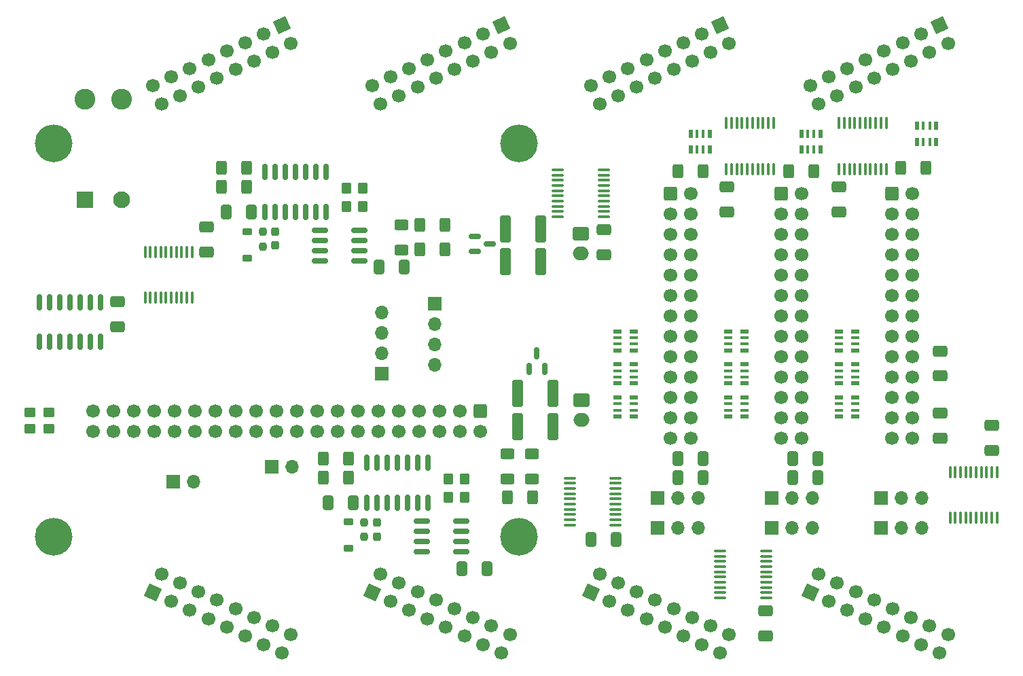
<source format=gbr>
%TF.GenerationSoftware,KiCad,Pcbnew,7.0.9*%
%TF.CreationDate,2024-01-13T22:18:07+01:00*%
%TF.ProjectId,HUB75HAT,48554237-3548-4415-942e-6b696361645f,rev?*%
%TF.SameCoordinates,Original*%
%TF.FileFunction,Soldermask,Bot*%
%TF.FilePolarity,Negative*%
%FSLAX46Y46*%
G04 Gerber Fmt 4.6, Leading zero omitted, Abs format (unit mm)*
G04 Created by KiCad (PCBNEW 7.0.9) date 2024-01-13 22:18:07*
%MOMM*%
%LPD*%
G01*
G04 APERTURE LIST*
G04 Aperture macros list*
%AMRoundRect*
0 Rectangle with rounded corners*
0 $1 Rounding radius*
0 $2 $3 $4 $5 $6 $7 $8 $9 X,Y pos of 4 corners*
0 Add a 4 corners polygon primitive as box body*
4,1,4,$2,$3,$4,$5,$6,$7,$8,$9,$2,$3,0*
0 Add four circle primitives for the rounded corners*
1,1,$1+$1,$2,$3*
1,1,$1+$1,$4,$5*
1,1,$1+$1,$6,$7*
1,1,$1+$1,$8,$9*
0 Add four rect primitives between the rounded corners*
20,1,$1+$1,$2,$3,$4,$5,0*
20,1,$1+$1,$4,$5,$6,$7,0*
20,1,$1+$1,$6,$7,$8,$9,0*
20,1,$1+$1,$8,$9,$2,$3,0*%
%AMHorizOval*
0 Thick line with rounded ends*
0 $1 width*
0 $2 $3 position (X,Y) of the first rounded end (center of the circle)*
0 $4 $5 position (X,Y) of the second rounded end (center of the circle)*
0 Add line between two ends*
20,1,$1,$2,$3,$4,$5,0*
0 Add two circle primitives to create the rounded ends*
1,1,$1,$2,$3*
1,1,$1,$4,$5*%
%AMRotRect*
0 Rectangle, with rotation*
0 The origin of the aperture is its center*
0 $1 length*
0 $2 width*
0 $3 Rotation angle, in degrees counterclockwise*
0 Add horizontal line*
21,1,$1,$2,0,0,$3*%
G04 Aperture macros list end*
%ADD10RoundRect,0.250000X-0.600000X0.600000X-0.600000X-0.600000X0.600000X-0.600000X0.600000X0.600000X0*%
%ADD11C,1.700000*%
%ADD12RoundRect,0.250000X-0.600000X-0.600000X0.600000X-0.600000X0.600000X0.600000X-0.600000X0.600000X0*%
%ADD13R,1.700000X1.700000*%
%ADD14O,1.700000X1.700000*%
%ADD15RoundRect,0.250000X-0.750000X0.600000X-0.750000X-0.600000X0.750000X-0.600000X0.750000X0.600000X0*%
%ADD16O,2.000000X1.700000*%
%ADD17C,3.100000*%
%ADD18C,4.700000*%
%ADD19R,1.000000X0.500000*%
%ADD20R,1.000000X0.400000*%
%ADD21RoundRect,0.250000X-0.400000X-1.450000X0.400000X-1.450000X0.400000X1.450000X-0.400000X1.450000X0*%
%ADD22R,0.500000X1.000000*%
%ADD23R,0.400000X1.000000*%
%ADD24RoundRect,0.250000X-0.650000X0.412500X-0.650000X-0.412500X0.650000X-0.412500X0.650000X0.412500X0*%
%ADD25RoundRect,0.225000X0.375000X-0.225000X0.375000X0.225000X-0.375000X0.225000X-0.375000X-0.225000X0*%
%ADD26RoundRect,0.250000X0.625000X-0.400000X0.625000X0.400000X-0.625000X0.400000X-0.625000X-0.400000X0*%
%ADD27RoundRect,0.150000X0.150000X-0.825000X0.150000X0.825000X-0.150000X0.825000X-0.150000X-0.825000X0*%
%ADD28RoundRect,0.250000X-0.400000X-0.625000X0.400000X-0.625000X0.400000X0.625000X-0.400000X0.625000X0*%
%ADD29RoundRect,0.250000X0.412500X0.650000X-0.412500X0.650000X-0.412500X-0.650000X0.412500X-0.650000X0*%
%ADD30RoundRect,0.250000X-0.412500X-0.650000X0.412500X-0.650000X0.412500X0.650000X-0.412500X0.650000X0*%
%ADD31RotRect,1.700000X1.700000X115.000000*%
%ADD32HorizOval,1.700000X0.000000X0.000000X0.000000X0.000000X0*%
%ADD33RoundRect,0.250000X-0.350000X-0.450000X0.350000X-0.450000X0.350000X0.450000X-0.350000X0.450000X0*%
%ADD34RotRect,1.700000X1.700000X245.000000*%
%ADD35HorizOval,1.700000X0.000000X0.000000X0.000000X0.000000X0*%
%ADD36RoundRect,0.250000X-0.625000X0.400000X-0.625000X-0.400000X0.625000X-0.400000X0.625000X0.400000X0*%
%ADD37RoundRect,0.237500X0.237500X-0.250000X0.237500X0.250000X-0.237500X0.250000X-0.237500X-0.250000X0*%
%ADD38RoundRect,0.250000X0.650000X-0.412500X0.650000X0.412500X-0.650000X0.412500X-0.650000X-0.412500X0*%
%ADD39RoundRect,0.100000X-0.637500X-0.100000X0.637500X-0.100000X0.637500X0.100000X-0.637500X0.100000X0*%
%ADD40RoundRect,0.250000X0.400000X0.625000X-0.400000X0.625000X-0.400000X-0.625000X0.400000X-0.625000X0*%
%ADD41RoundRect,0.250000X0.400000X1.450000X-0.400000X1.450000X-0.400000X-1.450000X0.400000X-1.450000X0*%
%ADD42RoundRect,0.237500X-0.237500X0.300000X-0.237500X-0.300000X0.237500X-0.300000X0.237500X0.300000X0*%
%ADD43RoundRect,0.150000X-0.150000X0.825000X-0.150000X-0.825000X0.150000X-0.825000X0.150000X0.825000X0*%
%ADD44RoundRect,0.150000X0.150000X-0.587500X0.150000X0.587500X-0.150000X0.587500X-0.150000X-0.587500X0*%
%ADD45RoundRect,0.100000X-0.100000X0.637500X-0.100000X-0.637500X0.100000X-0.637500X0.100000X0.637500X0*%
%ADD46RoundRect,0.100000X0.100000X-0.637500X0.100000X0.637500X-0.100000X0.637500X-0.100000X-0.637500X0*%
%ADD47RoundRect,0.250000X-0.450000X0.350000X-0.450000X-0.350000X0.450000X-0.350000X0.450000X0.350000X0*%
%ADD48RoundRect,0.150000X-0.587500X-0.150000X0.587500X-0.150000X0.587500X0.150000X-0.587500X0.150000X0*%
%ADD49C,2.600000*%
%ADD50RoundRect,0.250001X-0.799999X-0.799999X0.799999X-0.799999X0.799999X0.799999X-0.799999X0.799999X0*%
%ADD51C,2.100000*%
%ADD52RoundRect,0.150000X-0.825000X-0.150000X0.825000X-0.150000X0.825000X0.150000X-0.825000X0.150000X0*%
G04 APERTURE END LIST*
D10*
%TO.C,J17*%
X76768000Y36772800D03*
D11*
X76768000Y34232800D03*
X74228000Y36772800D03*
X74228000Y34232800D03*
X71688000Y36772800D03*
X71688000Y34232800D03*
X69148000Y36772800D03*
X69148000Y34232800D03*
X66608000Y36772800D03*
X66608000Y34232800D03*
X64068000Y36772800D03*
X64068000Y34232800D03*
X61528000Y36772800D03*
X61528000Y34232800D03*
X58988000Y36772800D03*
X58988000Y34232800D03*
X56448000Y36772800D03*
X56448000Y34232800D03*
X53908000Y36772800D03*
X53908000Y34232800D03*
X51368000Y36772800D03*
X51368000Y34232800D03*
X48828000Y36772800D03*
X48828000Y34232800D03*
X46288000Y36772800D03*
X46288000Y34232800D03*
X43748000Y36772800D03*
X43748000Y34232800D03*
X41208000Y36772800D03*
X41208000Y34232800D03*
X38668000Y36772800D03*
X38668000Y34232800D03*
X36128000Y36772800D03*
X36128000Y34232800D03*
X33588000Y36772800D03*
X33588000Y34232800D03*
X31048000Y36772800D03*
X31048000Y34232800D03*
X28508000Y36772800D03*
X28508000Y34232800D03*
%TD*%
D12*
%TO.C,J2*%
X114270000Y63900000D03*
D11*
X116810000Y63900000D03*
X114270000Y61360000D03*
X116810000Y61360000D03*
X114270000Y58820000D03*
X116810000Y58820000D03*
X114270000Y56280000D03*
X116810000Y56280000D03*
X114270000Y53740000D03*
X116810000Y53740000D03*
X114270000Y51200000D03*
X116810000Y51200000D03*
X114270000Y48660000D03*
X116810000Y48660000D03*
X114270000Y46120000D03*
X116810000Y46120000D03*
X114270000Y43580000D03*
X116810000Y43580000D03*
X114270000Y41040000D03*
X116810000Y41040000D03*
X114270000Y38500000D03*
X116810000Y38500000D03*
X114270000Y35960000D03*
X116810000Y35960000D03*
X114270000Y33420000D03*
X116810000Y33420000D03*
%TD*%
D13*
%TO.C,JP6*%
X98866000Y22244000D03*
D14*
X101406000Y22244000D03*
X103946000Y22244000D03*
%TD*%
D13*
%TO.C,JP4*%
X126679000Y22244000D03*
D14*
X129219000Y22244000D03*
X131759000Y22244000D03*
%TD*%
D13*
%TO.C,JP1*%
X126716000Y25927000D03*
D14*
X129256000Y25927000D03*
X131796000Y25927000D03*
%TD*%
D15*
%TO.C,RS485-5*%
X89315600Y58881600D03*
D16*
X89315600Y56381600D03*
%TD*%
D13*
%TO.C,JP3*%
X98866000Y25901600D03*
D14*
X101406000Y25901600D03*
X103946000Y25901600D03*
%TD*%
D15*
%TO.C,RS485-1*%
X89366400Y38155200D03*
D16*
X89366400Y35655200D03*
%TD*%
D13*
%TO.C,JP5*%
X113090000Y22244000D03*
D14*
X115630000Y22244000D03*
X118170000Y22244000D03*
%TD*%
D17*
%TO.C,REF\u002A\u002A*%
X23560000Y70112000D03*
D18*
X23560000Y70112000D03*
%TD*%
D17*
%TO.C,REF\u002A\u002A*%
X81560000Y21112000D03*
D18*
X81560000Y21112000D03*
%TD*%
D17*
%TO.C,REF\u002A\u002A*%
X23560000Y21112000D03*
D18*
X23560000Y21112000D03*
%TD*%
D13*
%TO.C,JP2*%
X113105000Y25901600D03*
D14*
X115645000Y25901600D03*
X118185000Y25901600D03*
%TD*%
D12*
%TO.C,J3*%
X100464000Y63900000D03*
D11*
X103004000Y63900000D03*
X100464000Y61360000D03*
X103004000Y61360000D03*
X100464000Y58820000D03*
X103004000Y58820000D03*
X100464000Y56280000D03*
X103004000Y56280000D03*
X100464000Y53740000D03*
X103004000Y53740000D03*
X100464000Y51200000D03*
X103004000Y51200000D03*
X100464000Y48660000D03*
X103004000Y48660000D03*
X100464000Y46120000D03*
X103004000Y46120000D03*
X100464000Y43580000D03*
X103004000Y43580000D03*
X100464000Y41040000D03*
X103004000Y41040000D03*
X100464000Y38500000D03*
X103004000Y38500000D03*
X100464000Y35960000D03*
X103004000Y35960000D03*
X100464000Y33420000D03*
X103004000Y33420000D03*
%TD*%
D17*
%TO.C,REF\u002A\u002A*%
X81560000Y70112000D03*
D18*
X81560000Y70112000D03*
%TD*%
D12*
%TO.C,J1*%
X128076000Y63900000D03*
D11*
X130616000Y63900000D03*
X128076000Y61360000D03*
X130616000Y61360000D03*
X128076000Y58820000D03*
X130616000Y58820000D03*
X128076000Y56280000D03*
X130616000Y56280000D03*
X128076000Y53740000D03*
X130616000Y53740000D03*
X128076000Y51200000D03*
X130616000Y51200000D03*
X128076000Y48660000D03*
X130616000Y48660000D03*
X128076000Y46120000D03*
X130616000Y46120000D03*
X128076000Y43580000D03*
X130616000Y43580000D03*
X128076000Y41040000D03*
X130616000Y41040000D03*
X128076000Y38500000D03*
X130616000Y38500000D03*
X128076000Y35960000D03*
X130616000Y35960000D03*
X128076000Y33420000D03*
X130616000Y33420000D03*
%TD*%
D19*
%TO.C,RN9*%
X95877000Y46710400D03*
D20*
X95877000Y45910400D03*
X95877000Y45110400D03*
D19*
X95877000Y44310400D03*
X93877000Y44310400D03*
D20*
X93877000Y45110400D03*
X93877000Y45910400D03*
D19*
X93877000Y46710400D03*
%TD*%
D21*
%TO.C,F3*%
X81401000Y34817000D03*
X85851000Y34817000D03*
%TD*%
D22*
%TO.C,RN4*%
X133594000Y70316800D03*
D23*
X132794000Y70316800D03*
X131994000Y70316800D03*
D22*
X131194000Y70316800D03*
X131194000Y72316800D03*
D23*
X131994000Y72316800D03*
X132794000Y72316800D03*
D22*
X133594000Y72316800D03*
%TD*%
D24*
%TO.C,C16*%
X112328000Y11868500D03*
X112328000Y8743500D03*
%TD*%
D25*
%TO.C,D4*%
X47710400Y55824800D03*
X47710400Y59124800D03*
%TD*%
D21*
%TO.C,F1*%
X79877000Y55376400D03*
X84327000Y55376400D03*
%TD*%
D19*
%TO.C,RN11*%
X95877000Y38480800D03*
D20*
X95877000Y37680800D03*
X95877000Y36880800D03*
D19*
X95877000Y36080800D03*
X93877000Y36080800D03*
D20*
X93877000Y36880800D03*
X93877000Y37680800D03*
D19*
X93877000Y38480800D03*
%TD*%
D13*
%TO.C,J14*%
X38460000Y28000000D03*
D14*
X41000000Y28000000D03*
%TD*%
D26*
%TO.C,R11*%
X66912800Y56863600D03*
X66912800Y59963600D03*
%TD*%
D24*
%TO.C,C20*%
X121472000Y64700500D03*
X121472000Y61575500D03*
%TD*%
D27*
%TO.C,U7*%
X29422400Y45386400D03*
X28152400Y45386400D03*
X26882400Y45386400D03*
X25612400Y45386400D03*
X24342400Y45386400D03*
X23072400Y45386400D03*
X21802400Y45386400D03*
X21802400Y50336400D03*
X23072400Y50336400D03*
X24342400Y50336400D03*
X25612400Y50336400D03*
X26882400Y50336400D03*
X28152400Y50336400D03*
X29422400Y50336400D03*
%TD*%
D13*
%TO.C,J8*%
X71120000Y50165000D03*
D14*
X71120000Y47625000D03*
X71120000Y45085000D03*
X71120000Y42545000D03*
%TD*%
D22*
%TO.C,RN12*%
X105360800Y69351600D03*
D23*
X104560800Y69351600D03*
X103760800Y69351600D03*
D22*
X102960800Y69351600D03*
X102960800Y71351600D03*
D23*
X103760800Y71351600D03*
X104560800Y71351600D03*
D22*
X105360800Y71351600D03*
%TD*%
D28*
%TO.C,R6*%
X44534800Y64712800D03*
X47634800Y64712800D03*
%TD*%
D29*
%TO.C,C13*%
X60956900Y25342800D03*
X57831900Y25342800D03*
%TD*%
D30*
%TO.C,C14*%
X74443500Y17113200D03*
X77568500Y17113200D03*
%TD*%
D31*
%TO.C,J4*%
X52070000Y84836000D03*
D32*
X53143450Y82533978D03*
X49767978Y83762550D03*
X50841429Y81460528D03*
X47465956Y82689099D03*
X48539407Y80387077D03*
X45163935Y81615649D03*
X46237385Y79313627D03*
X42861913Y80542198D03*
X43935363Y78240177D03*
X40559891Y79468748D03*
X41633341Y77166726D03*
X38257869Y78395298D03*
X39331320Y76093276D03*
X35955848Y77321847D03*
X37029298Y75019826D03*
%TD*%
D13*
%TO.C,J13*%
X50800000Y29845000D03*
D14*
X53340000Y29845000D03*
%TD*%
D19*
%TO.C,RN5*%
X109683000Y46710400D03*
D20*
X109683000Y45910400D03*
X109683000Y45110400D03*
D19*
X109683000Y44310400D03*
X107683000Y44310400D03*
D20*
X107683000Y45110400D03*
X107683000Y45910400D03*
D19*
X107683000Y46710400D03*
%TD*%
D28*
%TO.C,R16*%
X57234800Y28492400D03*
X60334800Y28492400D03*
%TD*%
D33*
%TO.C,R14*%
X72770800Y28340000D03*
X74770800Y28340000D03*
%TD*%
D34*
%TO.C,J12*%
X90565848Y14118153D03*
D35*
X91639298Y16420175D03*
X92867870Y13044703D03*
X93941320Y15346724D03*
X95169892Y11971252D03*
X96243342Y14273274D03*
X97471913Y10897802D03*
X98545364Y13199824D03*
X99773935Y9824351D03*
X100847386Y12126373D03*
X102075957Y8750901D03*
X103149407Y11052923D03*
X104377979Y7677451D03*
X105451429Y9979472D03*
X106680000Y6604000D03*
X107753451Y8906022D03*
%TD*%
D28*
%TO.C,R5*%
X101417600Y66694000D03*
X104517600Y66694000D03*
%TD*%
D36*
%TO.C,R19*%
X80171600Y31414000D03*
X80171600Y28314000D03*
%TD*%
D30*
%TO.C,C6*%
X101418300Y30829200D03*
X104543300Y30829200D03*
%TD*%
D24*
%TO.C,C7*%
X31505200Y50362600D03*
X31505200Y47237600D03*
%TD*%
D37*
%TO.C,R8*%
X49691600Y57296000D03*
X49691600Y59121000D03*
%TD*%
D34*
%TO.C,J11*%
X117870848Y14118153D03*
D35*
X118944298Y16420175D03*
X120172870Y13044703D03*
X121246320Y15346724D03*
X122474892Y11971252D03*
X123548342Y14273274D03*
X124776913Y10897802D03*
X125850364Y13199824D03*
X127078935Y9824351D03*
X128152386Y12126373D03*
X129380957Y8750901D03*
X130454407Y11052923D03*
X131682979Y7677451D03*
X132756429Y9979472D03*
X133985000Y6604000D03*
X135058451Y8906022D03*
%TD*%
D38*
%TO.C,C1*%
X134045000Y41128500D03*
X134045000Y44253500D03*
%TD*%
D30*
%TO.C,C3*%
X115680800Y28441600D03*
X118805800Y28441600D03*
%TD*%
D39*
%TO.C,U5*%
X86420000Y60986000D03*
X86420000Y61636000D03*
X86420000Y62286000D03*
X86420000Y62936000D03*
X86420000Y63586000D03*
X86420000Y64236000D03*
X86420000Y64886000D03*
X86420000Y65536000D03*
X86420000Y66186000D03*
X86420000Y66836000D03*
X92145000Y66836000D03*
X92145000Y66186000D03*
X92145000Y65536000D03*
X92145000Y64886000D03*
X92145000Y64236000D03*
X92145000Y63586000D03*
X92145000Y62936000D03*
X92145000Y62286000D03*
X92145000Y61636000D03*
X92145000Y60986000D03*
%TD*%
D19*
%TO.C,RN10*%
X95877000Y42595600D03*
D20*
X95877000Y41795600D03*
X95877000Y40995600D03*
D19*
X95877000Y40195600D03*
X93877000Y40195600D03*
D20*
X93877000Y40995600D03*
X93877000Y41795600D03*
D19*
X93877000Y42595600D03*
%TD*%
D22*
%TO.C,RN8*%
X119166800Y69351600D03*
D23*
X118366800Y69351600D03*
X117566800Y69351600D03*
D22*
X116766800Y69351600D03*
X116766800Y71351600D03*
D23*
X117566800Y71351600D03*
X118366800Y71351600D03*
D22*
X119166800Y71351600D03*
%TD*%
D40*
%TO.C,R10*%
X72323600Y59937600D03*
X69223600Y59937600D03*
%TD*%
%TO.C,R21*%
X83245600Y26003200D03*
X80145600Y26003200D03*
%TD*%
D28*
%TO.C,R18*%
X57234800Y30829200D03*
X60334800Y30829200D03*
%TD*%
D41*
%TO.C,F4*%
X85851000Y39008000D03*
X81401000Y39008000D03*
%TD*%
D42*
%TO.C,C15*%
X63864800Y22853600D03*
X63864800Y21128600D03*
%TD*%
D30*
%TO.C,C12*%
X64131100Y54756000D03*
X67256100Y54756000D03*
%TD*%
D43*
%TO.C,U9*%
X49945600Y66527400D03*
X51215600Y66527400D03*
X52485600Y66527400D03*
X53755600Y66527400D03*
X55025600Y66527400D03*
X56295600Y66527400D03*
X57565600Y66527400D03*
X57565600Y61577400D03*
X56295600Y61577400D03*
X55025600Y61577400D03*
X53755600Y61577400D03*
X52485600Y61577400D03*
X51215600Y61577400D03*
X49945600Y61577400D03*
%TD*%
D24*
%TO.C,C19*%
X107502000Y64700500D03*
X107502000Y61575500D03*
%TD*%
D33*
%TO.C,R13*%
X60070800Y62223600D03*
X62070800Y62223600D03*
%TD*%
D41*
%TO.C,F2*%
X84327000Y59455000D03*
X79877000Y59455000D03*
%TD*%
D38*
%TO.C,C2*%
X134082000Y33381500D03*
X134082000Y36506500D03*
%TD*%
D43*
%TO.C,U11*%
X62645600Y30307000D03*
X63915600Y30307000D03*
X65185600Y30307000D03*
X66455600Y30307000D03*
X67725600Y30307000D03*
X68995600Y30307000D03*
X70265600Y30307000D03*
X70265600Y25357000D03*
X68995600Y25357000D03*
X67725600Y25357000D03*
X66455600Y25357000D03*
X65185600Y25357000D03*
X63915600Y25357000D03*
X62645600Y25357000D03*
%TD*%
D37*
%TO.C,R17*%
X62290000Y21079400D03*
X62290000Y22904400D03*
%TD*%
D19*
%TO.C,RN1*%
X123488000Y46710400D03*
D20*
X123488000Y45910400D03*
X123488000Y45110400D03*
D19*
X123488000Y44310400D03*
X121488000Y44310400D03*
D20*
X121488000Y45110400D03*
X121488000Y45910400D03*
D19*
X121488000Y46710400D03*
%TD*%
D25*
%TO.C,D10*%
X60308800Y19628800D03*
X60308800Y22928800D03*
%TD*%
D31*
%TO.C,J6*%
X106680000Y84836000D03*
D32*
X107753450Y82533978D03*
X104377978Y83762550D03*
X105451429Y81460528D03*
X102075956Y82689099D03*
X103149407Y80387077D03*
X99773935Y81615649D03*
X100847385Y79313627D03*
X97471913Y80542198D03*
X98545363Y78240177D03*
X95169891Y79468748D03*
X96243341Y77166726D03*
X92867869Y78395298D03*
X93941320Y76093276D03*
X90565848Y77321847D03*
X91639298Y75019826D03*
%TD*%
D44*
%TO.C,D11*%
X84764000Y42056000D03*
X82864000Y42056000D03*
X83814000Y43931000D03*
%TD*%
D39*
%TO.C,U6*%
X87893200Y22559200D03*
X87893200Y23209200D03*
X87893200Y23859200D03*
X87893200Y24509200D03*
X87893200Y25159200D03*
X87893200Y25809200D03*
X87893200Y26459200D03*
X87893200Y27109200D03*
X87893200Y27759200D03*
X87893200Y28409200D03*
X93618200Y28409200D03*
X93618200Y27759200D03*
X93618200Y27109200D03*
X93618200Y26459200D03*
X93618200Y25809200D03*
X93618200Y25159200D03*
X93618200Y24509200D03*
X93618200Y23859200D03*
X93618200Y23209200D03*
X93618200Y22559200D03*
%TD*%
D34*
%TO.C,J15*%
X63260848Y14118153D03*
D35*
X64334298Y16420175D03*
X65562870Y13044703D03*
X66636320Y15346724D03*
X67864892Y11971252D03*
X68938342Y14273274D03*
X70166913Y10897802D03*
X71240364Y13199824D03*
X72468935Y9824351D03*
X73542386Y12126373D03*
X74770957Y8750901D03*
X75844407Y11052923D03*
X77072979Y7677451D03*
X78146429Y9979472D03*
X79375000Y6604000D03*
X80448451Y8906022D03*
%TD*%
D39*
%TO.C,U4*%
X106671500Y13477000D03*
X106671500Y14127000D03*
X106671500Y14777000D03*
X106671500Y15427000D03*
X106671500Y16077000D03*
X106671500Y16727000D03*
X106671500Y17377000D03*
X106671500Y18027000D03*
X106671500Y18677000D03*
X106671500Y19327000D03*
X112396500Y19327000D03*
X112396500Y18677000D03*
X112396500Y18027000D03*
X112396500Y17377000D03*
X112396500Y16727000D03*
X112396500Y16077000D03*
X112396500Y15427000D03*
X112396500Y14777000D03*
X112396500Y14127000D03*
X112396500Y13477000D03*
%TD*%
D33*
%TO.C,R12*%
X60070800Y64560400D03*
X62070800Y64560400D03*
%TD*%
D28*
%TO.C,R7*%
X44534800Y67049600D03*
X47634800Y67049600D03*
%TD*%
D24*
%TO.C,C9*%
X92135000Y59366500D03*
X92135000Y56241500D03*
%TD*%
D45*
%TO.C,U3*%
X107442000Y72673000D03*
X108092000Y72673000D03*
X108742000Y72673000D03*
X109392000Y72673000D03*
X110042000Y72673000D03*
X110692000Y72673000D03*
X111342000Y72673000D03*
X111992000Y72673000D03*
X112642000Y72673000D03*
X113292000Y72673000D03*
X113292000Y66948000D03*
X112642000Y66948000D03*
X111992000Y66948000D03*
X111342000Y66948000D03*
X110692000Y66948000D03*
X110042000Y66948000D03*
X109392000Y66948000D03*
X108742000Y66948000D03*
X108092000Y66948000D03*
X107442000Y66948000D03*
%TD*%
D13*
%TO.C,J7*%
X64516000Y41402000D03*
D14*
X64516000Y43942000D03*
X64516000Y46482000D03*
X64516000Y49022000D03*
%TD*%
D45*
%TO.C,U2*%
X121494000Y72673000D03*
X122144000Y72673000D03*
X122794000Y72673000D03*
X123444000Y72673000D03*
X124094000Y72673000D03*
X124744000Y72673000D03*
X125394000Y72673000D03*
X126044000Y72673000D03*
X126694000Y72673000D03*
X127344000Y72673000D03*
X127344000Y66948000D03*
X126694000Y66948000D03*
X126044000Y66948000D03*
X125394000Y66948000D03*
X124744000Y66948000D03*
X124094000Y66948000D03*
X123444000Y66948000D03*
X122794000Y66948000D03*
X122144000Y66948000D03*
X121494000Y66948000D03*
%TD*%
D38*
%TO.C,C18*%
X42630400Y56546300D03*
X42630400Y59671300D03*
%TD*%
D46*
%TO.C,U1*%
X141161000Y23445500D03*
X140511000Y23445500D03*
X139861000Y23445500D03*
X139211000Y23445500D03*
X138561000Y23445500D03*
X137911000Y23445500D03*
X137261000Y23445500D03*
X136611000Y23445500D03*
X135961000Y23445500D03*
X135311000Y23445500D03*
X135311000Y29170500D03*
X135961000Y29170500D03*
X136611000Y29170500D03*
X137261000Y29170500D03*
X137911000Y29170500D03*
X138561000Y29170500D03*
X139211000Y29170500D03*
X139861000Y29170500D03*
X140511000Y29170500D03*
X141161000Y29170500D03*
%TD*%
D47*
%TO.C,R2*%
X23021600Y36604400D03*
X23021600Y34604400D03*
%TD*%
D19*
%TO.C,RN6*%
X109683000Y42595600D03*
D20*
X109683000Y41795600D03*
X109683000Y40995600D03*
D19*
X109683000Y40195600D03*
X107683000Y40195600D03*
D20*
X107683000Y40995600D03*
X107683000Y41795600D03*
D19*
X107683000Y42595600D03*
%TD*%
%TO.C,RN2*%
X123488000Y42595600D03*
D20*
X123488000Y41795600D03*
X123488000Y40995600D03*
D19*
X123488000Y40195600D03*
X121488000Y40195600D03*
D20*
X121488000Y40995600D03*
X121488000Y41795600D03*
D19*
X121488000Y42595600D03*
%TD*%
D29*
%TO.C,C17*%
X93672100Y20770800D03*
X90547100Y20770800D03*
%TD*%
D19*
%TO.C,RN7*%
X109683000Y38480800D03*
D20*
X109683000Y37680800D03*
X109683000Y36880800D03*
D19*
X109683000Y36080800D03*
X107683000Y36080800D03*
D20*
X107683000Y36880800D03*
X107683000Y37680800D03*
D19*
X107683000Y38480800D03*
%TD*%
D34*
%TO.C,J16*%
X35955848Y14118153D03*
D35*
X37029298Y16420175D03*
X38257870Y13044703D03*
X39331320Y15346724D03*
X40559892Y11971252D03*
X41633342Y14273274D03*
X42861913Y10897802D03*
X43935364Y13199824D03*
X45163935Y9824351D03*
X46237386Y12126373D03*
X47465957Y8750901D03*
X48539407Y11052923D03*
X49767979Y7677451D03*
X50841429Y9979472D03*
X52070000Y6604000D03*
X53143451Y8906022D03*
%TD*%
D33*
%TO.C,R15*%
X72770800Y26003200D03*
X74770800Y26003200D03*
%TD*%
D28*
%TO.C,R3*%
X129167600Y67049600D03*
X132267600Y67049600D03*
%TD*%
D19*
%TO.C,RN3*%
X123488000Y38480800D03*
D20*
X123488000Y37680800D03*
X123488000Y36880800D03*
D19*
X123488000Y36080800D03*
X121488000Y36080800D03*
D20*
X121488000Y36880800D03*
X121488000Y37680800D03*
D19*
X121488000Y38480800D03*
%TD*%
D47*
%TO.C,R1*%
X20634000Y36604400D03*
X20634000Y34604400D03*
%TD*%
D48*
%TO.C,D5*%
X76053700Y56661600D03*
X76053700Y58561600D03*
X77928700Y57611600D03*
%TD*%
D49*
%TO.C,J10*%
X27478000Y75663000D03*
X32078000Y75663000D03*
D50*
X27478000Y63063000D03*
D51*
X32078000Y63063000D03*
%TD*%
D30*
%TO.C,C5*%
X101418300Y28441600D03*
X104543300Y28441600D03*
%TD*%
D31*
%TO.C,J5*%
X79375000Y84836000D03*
D32*
X80448450Y82533978D03*
X77072978Y83762550D03*
X78146429Y81460528D03*
X74770956Y82689099D03*
X75844407Y80387077D03*
X72468935Y81615649D03*
X73542385Y79313627D03*
X70166913Y80542198D03*
X71240363Y78240177D03*
X67864891Y79468748D03*
X68938341Y77166726D03*
X65562869Y78395298D03*
X66636320Y76093276D03*
X63260848Y77321847D03*
X64334298Y75019826D03*
%TD*%
D30*
%TO.C,C4*%
X115693100Y30829200D03*
X118818100Y30829200D03*
%TD*%
D42*
%TO.C,C10*%
X51215600Y59124800D03*
X51215600Y57399800D03*
%TD*%
D38*
%TO.C,C21*%
X140522000Y31857500D03*
X140522000Y34982500D03*
%TD*%
D28*
%TO.C,R9*%
X69223600Y56889600D03*
X72323600Y56889600D03*
%TD*%
%TO.C,R4*%
X115223600Y66694000D03*
X118323600Y66694000D03*
%TD*%
D26*
%TO.C,R20*%
X83219600Y28314000D03*
X83219600Y31414000D03*
%TD*%
D52*
%TO.C,U12*%
X69452800Y19246800D03*
X69452800Y20516800D03*
X69452800Y21786800D03*
X69452800Y23056800D03*
X74402800Y23056800D03*
X74402800Y21786800D03*
X74402800Y20516800D03*
X74402800Y19246800D03*
%TD*%
D31*
%TO.C,J9*%
X133985000Y84836000D03*
D32*
X135058450Y82533978D03*
X131682978Y83762550D03*
X132756429Y81460528D03*
X129380956Y82689099D03*
X130454407Y80387077D03*
X127078935Y81615649D03*
X128152385Y79313627D03*
X124776913Y80542198D03*
X125850363Y78240177D03*
X122474891Y79468748D03*
X123548341Y77166726D03*
X120172869Y78395298D03*
X121246320Y76093276D03*
X117870848Y77321847D03*
X118944298Y75019826D03*
%TD*%
D46*
%TO.C,U8*%
X40831000Y50877500D03*
X40181000Y50877500D03*
X39531000Y50877500D03*
X38881000Y50877500D03*
X38231000Y50877500D03*
X37581000Y50877500D03*
X36931000Y50877500D03*
X36281000Y50877500D03*
X35631000Y50877500D03*
X34981000Y50877500D03*
X34981000Y56602500D03*
X35631000Y56602500D03*
X36281000Y56602500D03*
X36931000Y56602500D03*
X37581000Y56602500D03*
X38231000Y56602500D03*
X38881000Y56602500D03*
X39531000Y56602500D03*
X40181000Y56602500D03*
X40831000Y56602500D03*
%TD*%
D29*
%TO.C,C11*%
X48256900Y61563200D03*
X45131900Y61563200D03*
%TD*%
D52*
%TO.C,U10*%
X56752800Y55467200D03*
X56752800Y56737200D03*
X56752800Y58007200D03*
X56752800Y59277200D03*
X61702800Y59277200D03*
X61702800Y58007200D03*
X61702800Y56737200D03*
X61702800Y55467200D03*
%TD*%
M02*

</source>
